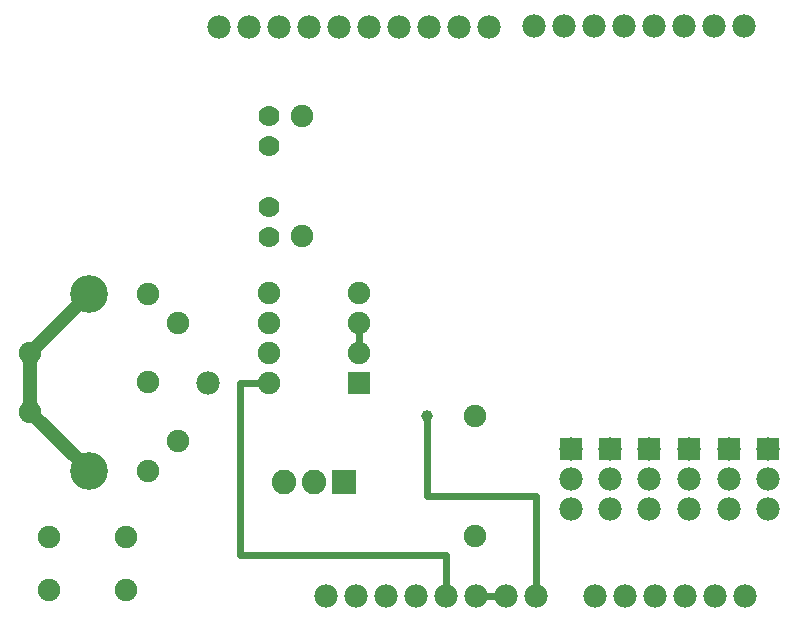
<source format=gbl>
G04 MADE WITH FRITZING*
G04 WWW.FRITZING.ORG*
G04 DOUBLE SIDED*
G04 HOLES PLATED*
G04 CONTOUR ON CENTER OF CONTOUR VECTOR*
%ASAXBY*%
%FSLAX23Y23*%
%MOIN*%
%OFA0B0*%
%SFA1.0B1.0*%
%ADD10C,0.078000*%
%ADD11C,0.075000*%
%ADD12C,0.126000*%
%ADD13C,0.070000*%
%ADD14C,0.082000*%
%ADD15C,0.039370*%
%ADD16R,0.078000X0.078000*%
%ADD17R,0.075000X0.075000*%
%ADD18R,0.082000X0.082000*%
%ADD19C,0.024000*%
%ADD20C,0.048000*%
%LNCOPPER0*%
G90*
G70*
G54D10*
X1808Y2004D03*
X1908Y2004D03*
X2008Y2004D03*
X2108Y2004D03*
X2208Y2004D03*
X2308Y2004D03*
X2408Y2004D03*
X2508Y2004D03*
X2009Y104D03*
X2109Y104D03*
X2209Y104D03*
X2309Y104D03*
X2409Y104D03*
X2509Y104D03*
X1113Y105D03*
X1213Y105D03*
X1313Y105D03*
X1413Y105D03*
X1513Y105D03*
X1613Y105D03*
X1713Y105D03*
X1813Y105D03*
X757Y2003D03*
X857Y2003D03*
X957Y2003D03*
X1057Y2003D03*
X1157Y2003D03*
X1257Y2003D03*
X1357Y2003D03*
X1457Y2003D03*
X1557Y2003D03*
X1657Y2003D03*
X2324Y596D03*
X2324Y496D03*
X2324Y396D03*
X2588Y595D03*
X2588Y495D03*
X2588Y395D03*
X2456Y594D03*
X2456Y494D03*
X2456Y394D03*
X2192Y595D03*
X2192Y495D03*
X2192Y395D03*
X2062Y596D03*
X2062Y496D03*
X2062Y396D03*
X1931Y596D03*
X1931Y496D03*
X1931Y396D03*
G54D11*
X446Y126D03*
X190Y126D03*
X446Y303D03*
X190Y303D03*
X521Y1113D03*
X620Y1015D03*
X521Y818D03*
X620Y621D03*
X521Y523D03*
X128Y916D03*
G54D12*
X324Y523D03*
X324Y1113D03*
G54D11*
X128Y719D03*
G54D10*
X720Y817D03*
G54D11*
X1611Y705D03*
X1611Y305D03*
G54D13*
X925Y1604D03*
X925Y1705D03*
X925Y1301D03*
X925Y1402D03*
G54D11*
X1224Y814D03*
X924Y814D03*
X1224Y914D03*
X924Y914D03*
X1224Y1014D03*
X924Y1014D03*
X1224Y1114D03*
X924Y1114D03*
G54D14*
X1175Y485D03*
X1075Y485D03*
X975Y485D03*
G54D11*
X1033Y1304D03*
X1033Y1704D03*
G54D15*
X1451Y707D03*
G54D16*
X2324Y596D03*
X2588Y595D03*
X2456Y594D03*
X2192Y595D03*
X2062Y596D03*
X1931Y596D03*
G54D17*
X1224Y814D03*
G54D18*
X1175Y485D03*
G54D19*
X1682Y105D02*
X1643Y105D01*
D02*
X1224Y942D02*
X1224Y985D01*
G54D20*
D02*
X148Y937D02*
X286Y1075D01*
D02*
X128Y748D02*
X128Y888D01*
D02*
X286Y561D02*
X148Y699D01*
G54D19*
D02*
X828Y814D02*
X896Y814D01*
D02*
X828Y243D02*
X828Y814D01*
D02*
X1513Y243D02*
X828Y243D01*
D02*
X1513Y135D02*
X1513Y243D01*
D02*
X1451Y440D02*
X1813Y440D01*
D02*
X1813Y440D02*
X1813Y135D01*
D02*
X1451Y688D02*
X1451Y440D01*
G04 End of Copper0*
M02*
</source>
